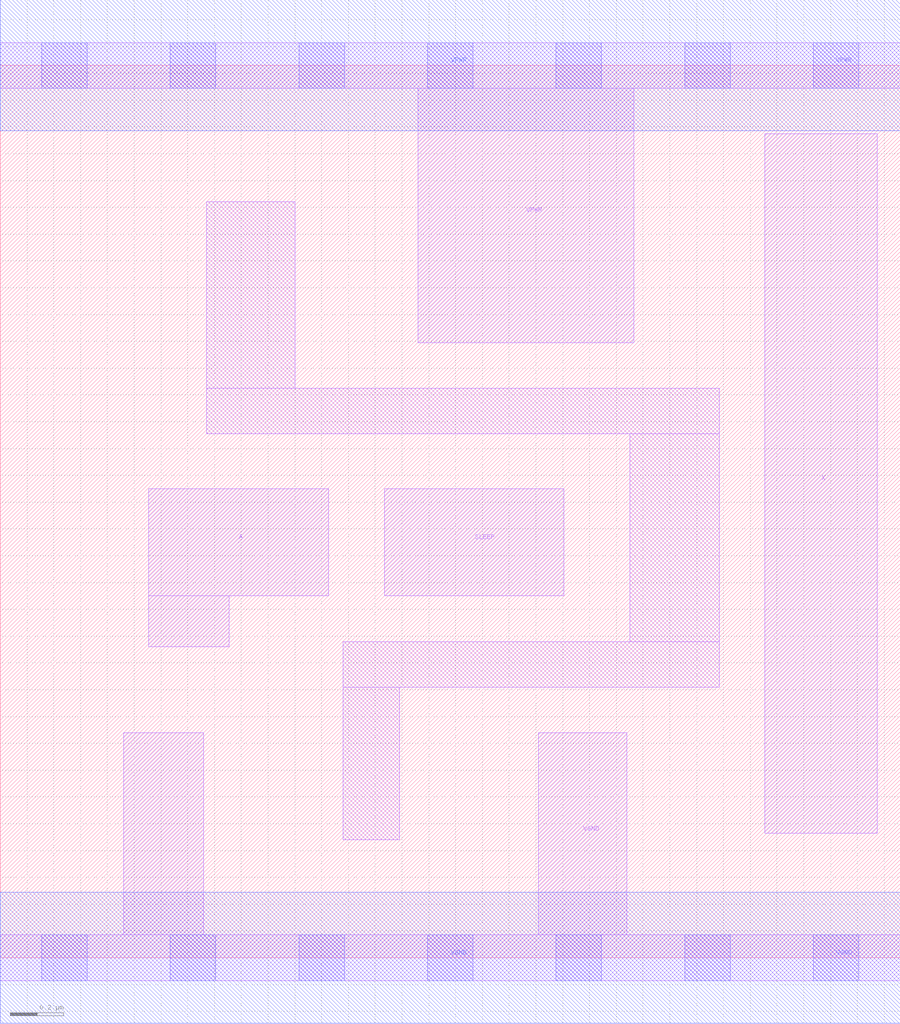
<source format=lef>
# Copyright 2020 The SkyWater PDK Authors
#
# Licensed under the Apache License, Version 2.0 (the "License");
# you may not use this file except in compliance with the License.
# You may obtain a copy of the License at
#
#     https://www.apache.org/licenses/LICENSE-2.0
#
# Unless required by applicable law or agreed to in writing, software
# distributed under the License is distributed on an "AS IS" BASIS,
# WITHOUT WARRANTIES OR CONDITIONS OF ANY KIND, either express or implied.
# See the License for the specific language governing permissions and
# limitations under the License.
#
# SPDX-License-Identifier: Apache-2.0

VERSION 5.7 ;
  NAMESCASESENSITIVE ON ;
  NOWIREEXTENSIONATPIN ON ;
  DIVIDERCHAR "/" ;
  BUSBITCHARS "[]" ;
UNITS
  DATABASE MICRONS 200 ;
END UNITS
MACRO sky130_fd_sc_lp__inputiso1p_lp
  CLASS CORE ;
  SOURCE USER ;
  FOREIGN sky130_fd_sc_lp__inputiso1p_lp ;
  ORIGIN  0.000000  0.000000 ;
  SIZE  3.360000 BY  3.330000 ;
  SYMMETRY X Y R90 ;
  SITE unit ;
  PIN A
    ANTENNAGATEAREA  0.189000 ;
    DIRECTION INPUT ;
    USE SIGNAL ;
    PORT
      LAYER li1 ;
        RECT 0.555000 1.160000 0.855000 1.350000 ;
        RECT 0.555000 1.350000 1.225000 1.750000 ;
    END
  END A
  PIN SLEEP
    ANTENNAGATEAREA  0.189000 ;
    DIRECTION INPUT ;
    USE SIGNAL ;
    PORT
      LAYER li1 ;
        RECT 1.435000 1.350000 2.105000 1.750000 ;
    END
  END SLEEP
  PIN X
    ANTENNADIFFAREA  0.445200 ;
    DIRECTION OUTPUT ;
    USE SIGNAL ;
    PORT
      LAYER li1 ;
        RECT 2.855000 0.465000 3.275000 3.075000 ;
    END
  END X
  PIN VGND
    DIRECTION INOUT ;
    USE GROUND ;
    PORT
      LAYER li1 ;
        RECT 0.000000 -0.085000 3.360000 0.085000 ;
        RECT 0.460000  0.085000 0.760000 0.840000 ;
        RECT 2.010000  0.085000 2.340000 0.840000 ;
      LAYER mcon ;
        RECT 0.155000 -0.085000 0.325000 0.085000 ;
        RECT 0.635000 -0.085000 0.805000 0.085000 ;
        RECT 1.115000 -0.085000 1.285000 0.085000 ;
        RECT 1.595000 -0.085000 1.765000 0.085000 ;
        RECT 2.075000 -0.085000 2.245000 0.085000 ;
        RECT 2.555000 -0.085000 2.725000 0.085000 ;
        RECT 3.035000 -0.085000 3.205000 0.085000 ;
      LAYER met1 ;
        RECT 0.000000 -0.245000 3.360000 0.245000 ;
    END
  END VGND
  PIN VPWR
    DIRECTION INOUT ;
    USE POWER ;
    PORT
      LAYER li1 ;
        RECT 0.000000 3.245000 3.360000 3.415000 ;
        RECT 1.560000 2.295000 2.365000 3.245000 ;
      LAYER mcon ;
        RECT 0.155000 3.245000 0.325000 3.415000 ;
        RECT 0.635000 3.245000 0.805000 3.415000 ;
        RECT 1.115000 3.245000 1.285000 3.415000 ;
        RECT 1.595000 3.245000 1.765000 3.415000 ;
        RECT 2.075000 3.245000 2.245000 3.415000 ;
        RECT 2.555000 3.245000 2.725000 3.415000 ;
        RECT 3.035000 3.245000 3.205000 3.415000 ;
      LAYER met1 ;
        RECT 0.000000 3.085000 3.360000 3.575000 ;
    END
  END VPWR
  OBS
    LAYER li1 ;
      RECT 0.770000 1.955000 2.685000 2.125000 ;
      RECT 0.770000 2.125000 1.100000 2.820000 ;
      RECT 1.280000 0.440000 1.490000 1.010000 ;
      RECT 1.280000 1.010000 2.685000 1.180000 ;
      RECT 2.350000 1.180000 2.685000 1.955000 ;
  END
END sky130_fd_sc_lp__inputiso1p_lp

</source>
